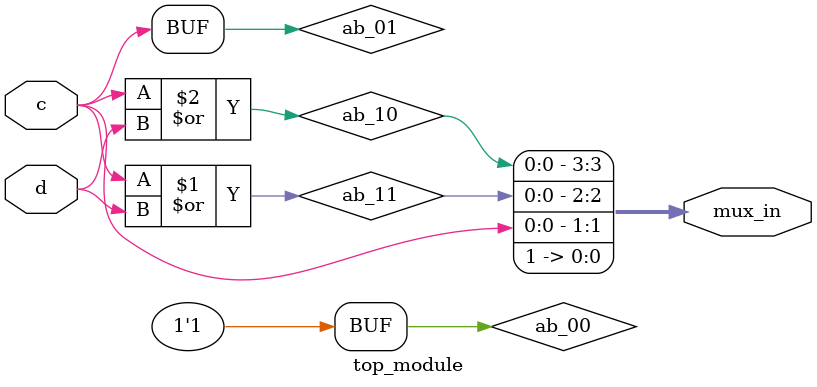
<source format=sv>
module top_module (
    input c,
    input d,
    output [3:0] mux_in
);

    wire ab_00, ab_01, ab_11, ab_10;

    // Implement the Karnaugh map using 2-to-1 multiplexers
    assign ab_00 = 1;
    assign ab_01 = c;
    assign ab_11 = c | d;
    assign ab_10 = c | d;

    // Connect the 2-to-1 mux outputs to the 4-to-1 mux inputs
    assign mux_in[0] = ab_00;
    assign mux_in[1] = ab_01;
    assign mux_in[2] = ab_11;
    assign mux_in[3] = ab_10;

endmodule

</source>
